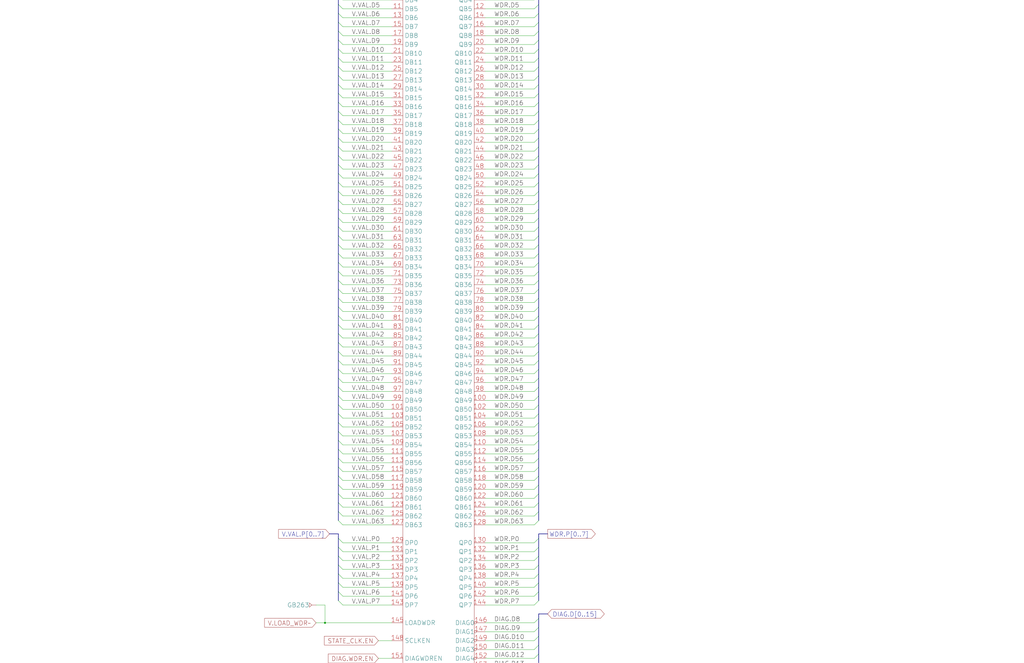
<source format=kicad_sch>
(kicad_sch (version 20230121) (generator eeschema)
  (paper "User" 584.2 378.46)
  (title_block (title "WRITE DATA REGISTER\\nREGISTER ARRAY") (date "22-MAR-90") (rev "1.0") (comment 1 "VALUE") (comment 2 "232-003063") (comment 3 "S400") (comment 4 "RELEASED"))
  (lib_symbols
    (symbol "r1000:GB" (pin_numbers hide) (pin_names (offset 0) hide)
      (property "Reference" "GB" (at 3.81 0 0))
      (symbol "GB_0_1"
        (polyline (pts (xy 2.54 0) (xy 3.81 1.27) (xy 3.81 -1.27) (xy 2.54 0)) (stroke (width 0.1524)))
      )
      (symbol "GB_1_1"
        (pin bidirectional line (at 0 0 0) (length 2.54) (name "") (number "1"))
      )
    )
    (symbol "r1000:XWDR" (pin_names (offset 1.016))
      (property "Reference" "U" (at 2.54 5.08 0))
      (property "Value" "XWDR" (at -1.27 -452.12 0))
      (property "Location" "___" (at -1.27 0 0))
      (property "Name" "______" (at 16.51 -459.74 0))
      (symbol "XWDR_1_1"
        (rectangle (start -3.81 3.81) (end 36.83 -453.39))
        (circle (center 37.465 -419.1) (radius 0.635))
        (circle (center 37.465 -414.02) (radius 0.635))
        (circle (center 37.465 -408.94) (radius 0.635))
        (circle (center 37.465 -403.86) (radius 0.635))
        (circle (center 37.465 -398.78) (radius 0.635))
        (circle (center 37.465 -393.7) (radius 0.635))
        (circle (center 37.465 -388.62) (radius 0.635))
        (circle (center 37.465 -383.54) (radius 0.635))
        (pin input line (at -10.16 -7.62 0) (length 6.35) (name "DB0") (number "1"))
        (pin output line (at 43.18 -27.94 180) (length 6.35) (name "QB4") (number "10"))
        (pin output line (at 43.18 -256.54 180) (length 6.35) (name "QB49") (number "100"))
        (pin input line (at -10.16 -261.62 0) (length 6.35) (name "DB50") (number "101"))
        (pin output line (at 43.18 -261.62 180) (length 6.35) (name "QB50") (number "102"))
        (pin input line (at -10.16 -266.7 0) (length 6.35) (name "DB51") (number "103"))
        (pin output line (at 43.18 -266.7 180) (length 6.35) (name "QB51") (number "104"))
        (pin input line (at -10.16 -271.78 0) (length 6.35) (name "DB52") (number "105"))
        (pin output line (at 43.18 -271.78 180) (length 6.35) (name "QB52") (number "106"))
        (pin input line (at -10.16 -276.86 0) (length 6.35) (name "DB53") (number "107"))
        (pin output line (at 43.18 -276.86 180) (length 6.35) (name "QB53") (number "108"))
        (pin input line (at -10.16 -281.94 0) (length 6.35) (name "DB54") (number "109"))
        (pin input line (at -10.16 -33.02 0) (length 6.35) (name "DB5") (number "11"))
        (pin output line (at 43.18 -281.94 180) (length 6.35) (name "QB54") (number "110"))
        (pin input line (at -10.16 -287.02 0) (length 6.35) (name "DB55") (number "111"))
        (pin output line (at 43.18 -287.02 180) (length 6.35) (name "QB55") (number "112"))
        (pin input line (at -10.16 -292.1 0) (length 6.35) (name "DB56") (number "113"))
        (pin output line (at 43.18 -292.1 180) (length 6.35) (name "QB56") (number "114"))
        (pin input line (at -10.16 -297.18 0) (length 6.35) (name "DB57") (number "115"))
        (pin output line (at 43.18 -297.18 180) (length 6.35) (name "QB57") (number "116"))
        (pin input line (at -10.16 -302.26 0) (length 6.35) (name "DB58") (number "117"))
        (pin output line (at 43.18 -302.26 180) (length 6.35) (name "QB58") (number "118"))
        (pin input line (at -10.16 -307.34 0) (length 6.35) (name "DB59") (number "119"))
        (pin output line (at 43.18 -33.02 180) (length 6.35) (name "QB5") (number "12"))
        (pin output line (at 43.18 -307.34 180) (length 6.35) (name "QB59") (number "120"))
        (pin input line (at -10.16 -312.42 0) (length 6.35) (name "DB60") (number "121"))
        (pin output line (at 43.18 -312.42 180) (length 6.35) (name "QB60") (number "122"))
        (pin input line (at -10.16 -317.5 0) (length 6.35) (name "DB61") (number "123"))
        (pin output line (at 43.18 -317.5 180) (length 6.35) (name "QB61") (number "124"))
        (pin input line (at -10.16 -322.58 0) (length 6.35) (name "DB62") (number "125"))
        (pin output line (at 43.18 -322.58 180) (length 6.35) (name "QB62") (number "126"))
        (pin input line (at -10.16 -327.66 0) (length 6.35) (name "DB63") (number "127"))
        (pin output line (at 43.18 -327.66 180) (length 6.35) (name "QB63") (number "128"))
        (pin input line (at -10.16 -337.82 0) (length 6.35) (name "DP0") (number "129"))
        (pin input line (at -10.16 -38.1 0) (length 6.35) (name "DB6") (number "13"))
        (pin output line (at 43.18 -337.82 180) (length 6.35) (name "QP0") (number "130"))
        (pin input line (at -10.16 -342.9 0) (length 6.35) (name "DP1") (number "131"))
        (pin output line (at 43.18 -342.9 180) (length 6.35) (name "QP1") (number "132"))
        (pin input line (at -10.16 -347.98 0) (length 6.35) (name "DP2") (number "133"))
        (pin output line (at 43.18 -347.98 180) (length 6.35) (name "QP2") (number "134"))
        (pin input line (at -10.16 -353.06 0) (length 6.35) (name "DP3") (number "135"))
        (pin output line (at 43.18 -353.06 180) (length 6.35) (name "QP3") (number "136"))
        (pin input line (at -10.16 -358.14 0) (length 6.35) (name "DP4") (number "137"))
        (pin output line (at 43.18 -358.14 180) (length 6.35) (name "QP4") (number "138"))
        (pin input line (at -10.16 -363.22 0) (length 6.35) (name "DP5") (number "139"))
        (pin output line (at 43.18 -38.1 180) (length 6.35) (name "QB6") (number "14"))
        (pin output line (at 43.18 -363.22 180) (length 6.35) (name "QP5") (number "140"))
        (pin input line (at -10.16 -368.3 0) (length 6.35) (name "DP6") (number "141"))
        (pin output line (at 43.18 -368.3 180) (length 6.35) (name "QP6") (number "142"))
        (pin input line (at -10.16 -373.38 0) (length 6.35) (name "DP7") (number "143"))
        (pin output line (at 43.18 -373.38 180) (length 6.35) (name "QP7") (number "144"))
        (pin input line (at -10.16 -383.54 0) (length 6.35) (name "LOADWDR") (number "145"))
        (pin bidirectional line (at 43.18 -383.54 180) (length 5.08) (name "DIAG0") (number "146"))
        (pin bidirectional line (at 43.18 -388.62 180) (length 5.08) (name "DIAG1") (number "147"))
        (pin input line (at -10.16 -393.7 0) (length 6.35) (name "SCLKEN") (number "148"))
        (pin bidirectional line (at 43.18 -393.7 180) (length 5.08) (name "DIAG2") (number "149"))
        (pin input line (at -10.16 -43.18 0) (length 6.35) (name "DB7") (number "15"))
        (pin bidirectional line (at 43.18 -398.78 180) (length 5.08) (name "DIAG3") (number "150"))
        (pin input line (at -10.16 -403.86 0) (length 6.35) (name "DIAGWDREN") (number "151"))
        (pin bidirectional line (at 43.18 -403.86 180) (length 5.08) (name "DIAG4") (number "152"))
        (pin bidirectional line (at 43.18 -408.94 180) (length 5.08) (name "DIAG5") (number "153"))
        (pin input line (at -10.16 -414.02 0) (length 6.35) (name "DIAGWDRS0") (number "154"))
        (pin bidirectional line (at 43.18 -414.02 180) (length 5.08) (name "DIAG6") (number "155"))
        (pin bidirectional line (at 43.18 -419.1 180) (length 5.08) (name "DIAG7") (number "156"))
        (pin input line (at -10.16 -424.18 0) (length 6.35) (name "DIAGWDRS1") (number "157"))
        (pin input line (at -10.16 -434.34 0) (length 6.35) (name "SCANWDR") (number "158"))
        (pin input line (at -10.16 -444.5 0) (length 6.35) (name "CLK") (number "159"))
        (pin output line (at 43.18 -43.18 180) (length 6.35) (name "QB7") (number "16"))
        (pin input line (at -10.16 -48.26 0) (length 6.35) (name "DB8") (number "17"))
        (pin output line (at 43.18 -48.26 180) (length 6.35) (name "QB8") (number "18"))
        (pin input line (at -10.16 -53.34 0) (length 6.35) (name "DB9") (number "19"))
        (pin output line (at 43.18 -7.62 180) (length 6.35) (name "QB0") (number "2"))
        (pin output line (at 43.18 -53.34 180) (length 6.35) (name "QB9") (number "20"))
        (pin input line (at -10.16 -58.42 0) (length 6.35) (name "DB10") (number "21"))
        (pin output line (at 43.18 -58.42 180) (length 6.35) (name "QB10") (number "22"))
        (pin input line (at -10.16 -63.5 0) (length 6.35) (name "DB11") (number "23"))
        (pin output line (at 43.18 -63.5 180) (length 6.35) (name "QB11") (number "24"))
        (pin input line (at -10.16 -68.58 0) (length 6.35) (name "DB12") (number "25"))
        (pin output line (at 43.18 -68.58 180) (length 6.35) (name "QB12") (number "26"))
        (pin input line (at -10.16 -73.66 0) (length 6.35) (name "DB13") (number "27"))
        (pin output line (at 43.18 -73.66 180) (length 6.35) (name "QB13") (number "28"))
        (pin input line (at -10.16 -78.74 0) (length 6.35) (name "DB14") (number "29"))
        (pin input line (at -10.16 -12.7 0) (length 6.35) (name "DB1") (number "3"))
        (pin output line (at 43.18 -78.74 180) (length 6.35) (name "QB14") (number "30"))
        (pin input line (at -10.16 -83.82 0) (length 6.35) (name "DB15") (number "31"))
        (pin output line (at 43.18 -83.82 180) (length 6.35) (name "QB15") (number "32"))
        (pin input line (at -10.16 -88.9 0) (length 6.35) (name "DB16") (number "33"))
        (pin output line (at 43.18 -88.9 180) (length 6.35) (name "QB16") (number "34"))
        (pin input line (at -10.16 -93.98 0) (length 6.35) (name "DB17") (number "35"))
        (pin output line (at 43.18 -93.98 180) (length 6.35) (name "QB17") (number "36"))
        (pin input line (at -10.16 -99.06 0) (length 6.35) (name "DB18") (number "37"))
        (pin output line (at 43.18 -99.06 180) (length 6.35) (name "QB18") (number "38"))
        (pin input line (at -10.16 -104.14 0) (length 6.35) (name "DB19") (number "39"))
        (pin output line (at 43.18 -12.7 180) (length 6.35) (name "QB1") (number "4"))
        (pin output line (at 43.18 -104.14 180) (length 6.35) (name "QB19") (number "40"))
        (pin input line (at -10.16 -109.22 0) (length 6.35) (name "DB20") (number "41"))
        (pin output line (at 43.18 -109.22 180) (length 6.35) (name "QB20") (number "42"))
        (pin input line (at -10.16 -114.3 0) (length 6.35) (name "DB21") (number "43"))
        (pin output line (at 43.18 -114.3 180) (length 6.35) (name "QB21") (number "44"))
        (pin input line (at -10.16 -119.38 0) (length 6.35) (name "DB22") (number "45"))
        (pin output line (at 43.18 -119.38 180) (length 6.35) (name "QB22") (number "46"))
        (pin input line (at -10.16 -124.46 0) (length 6.35) (name "DB23") (number "47"))
        (pin output line (at 43.18 -124.46 180) (length 6.35) (name "QB23") (number "48"))
        (pin input line (at -10.16 -129.54 0) (length 6.35) (name "DB24") (number "49"))
        (pin input line (at -10.16 -17.78 0) (length 6.35) (name "DB2") (number "5"))
        (pin output line (at 43.18 -129.54 180) (length 6.35) (name "QB24") (number "50"))
        (pin input line (at -10.16 -134.62 0) (length 6.35) (name "DB25") (number "51"))
        (pin output line (at 43.18 -134.62 180) (length 6.35) (name "QB25") (number "52"))
        (pin input line (at -10.16 -139.7 0) (length 6.35) (name "DB26") (number "53"))
        (pin output line (at 43.18 -139.7 180) (length 6.35) (name "QB26") (number "54"))
        (pin input line (at -10.16 -144.78 0) (length 6.35) (name "DB27") (number "55"))
        (pin output line (at 43.18 -144.78 180) (length 6.35) (name "QB27") (number "56"))
        (pin input line (at -10.16 -149.86 0) (length 6.35) (name "DB28") (number "57"))
        (pin output line (at 43.18 -149.86 180) (length 6.35) (name "QB28") (number "58"))
        (pin input line (at -10.16 -154.94 0) (length 6.35) (name "DB29") (number "59"))
        (pin output line (at 43.18 -17.78 180) (length 6.35) (name "QB2") (number "6"))
        (pin output line (at 43.18 -154.94 180) (length 6.35) (name "QB29") (number "60"))
        (pin input line (at -10.16 -160.02 0) (length 6.35) (name "DB30") (number "61"))
        (pin output line (at 43.18 -160.02 180) (length 6.35) (name "QB30") (number "62"))
        (pin input line (at -10.16 -165.1 0) (length 6.35) (name "DB31") (number "63"))
        (pin output line (at 43.18 -165.1 180) (length 6.35) (name "QB31") (number "64"))
        (pin input line (at -10.16 -170.18 0) (length 6.35) (name "DB32") (number "65"))
        (pin output line (at 43.18 -170.18 180) (length 6.35) (name "QB32") (number "66"))
        (pin input line (at -10.16 -175.26 0) (length 6.35) (name "DB33") (number "67"))
        (pin output line (at 43.18 -175.26 180) (length 6.35) (name "QB33") (number "68"))
        (pin input line (at -10.16 -180.34 0) (length 6.35) (name "DB34") (number "69"))
        (pin input line (at -10.16 -22.86 0) (length 6.35) (name "DB3") (number "7"))
        (pin output line (at 43.18 -180.34 180) (length 6.35) (name "QB34") (number "70"))
        (pin input line (at -10.16 -185.42 0) (length 6.35) (name "DB35") (number "71"))
        (pin output line (at 43.18 -185.42 180) (length 6.35) (name "QB35") (number "72"))
        (pin input line (at -10.16 -190.5 0) (length 6.35) (name "DB36") (number "73"))
        (pin output line (at 43.18 -190.5 180) (length 6.35) (name "QB36") (number "74"))
        (pin input line (at -10.16 -195.58 0) (length 6.35) (name "DB37") (number "75"))
        (pin output line (at 43.18 -195.58 180) (length 6.35) (name "QB37") (number "76"))
        (pin input line (at -10.16 -200.66 0) (length 6.35) (name "DB38") (number "77"))
        (pin output line (at 43.18 -200.66 180) (length 6.35) (name "QB38") (number "78"))
        (pin input line (at -10.16 -205.74 0) (length 6.35) (name "DB39") (number "79"))
        (pin output line (at 43.18 -22.86 180) (length 6.35) (name "QB3") (number "8"))
        (pin output line (at 43.18 -205.74 180) (length 6.35) (name "QB39") (number "80"))
        (pin input line (at -10.16 -210.82 0) (length 6.35) (name "DB40") (number "81"))
        (pin output line (at 43.18 -210.82 180) (length 6.35) (name "QB40") (number "82"))
        (pin input line (at -10.16 -215.9 0) (length 6.35) (name "DB41") (number "83"))
        (pin output line (at 43.18 -215.9 180) (length 6.35) (name "QB41") (number "84"))
        (pin input line (at -10.16 -220.98 0) (length 6.35) (name "DB42") (number "85"))
        (pin output line (at 43.18 -220.98 180) (length 6.35) (name "QB42") (number "86"))
        (pin input line (at -10.16 -226.06 0) (length 6.35) (name "DB43") (number "87"))
        (pin output line (at 43.18 -226.06 180) (length 6.35) (name "QB43") (number "88"))
        (pin input line (at -10.16 -231.14 0) (length 6.35) (name "DB44") (number "89"))
        (pin input line (at -10.16 -27.94 0) (length 6.35) (name "DB4") (number "9"))
        (pin output line (at 43.18 -231.14 180) (length 6.35) (name "QB44") (number "90"))
        (pin input line (at -10.16 -236.22 0) (length 6.35) (name "DB45") (number "91"))
        (pin output line (at 43.18 -236.22 180) (length 6.35) (name "QB45") (number "92"))
        (pin input line (at -10.16 -241.3 0) (length 6.35) (name "DB46") (number "93"))
        (pin output line (at 43.18 -241.3 180) (length 6.35) (name "QB46") (number "94"))
        (pin input line (at -10.16 -246.38 0) (length 6.35) (name "DB47") (number "95"))
        (pin output line (at 43.18 -246.38 180) (length 6.35) (name "QB47") (number "96"))
        (pin input line (at -10.16 -251.46 0) (length 6.35) (name "DB48") (number "97"))
        (pin output line (at 43.18 -251.46 180) (length 6.35) (name "QB48") (number "98"))
        (pin input line (at -10.16 -256.54 0) (length 6.35) (name "DB49") (number "99"))
      )
    )
  )
  (junction (at 185.42 355.6))
  (bus_entry (at 307.34 297.18) (size -2.54 2.54))
  (bus_entry (at 193.04 327.66) (size 2.54 2.54))
  (bus_entry (at 307.34 88.9) (size -2.54 2.54))
  (bus_entry (at 193.04 170.18) (size 2.54 2.54))
  (bus_entry (at 307.34 63.5) (size -2.54 2.54))
  (bus_entry (at 307.34 358.14) (size -2.54 2.54))
  (bus_entry (at 193.04 165.1) (size 2.54 2.54))
  (bus_entry (at 307.34 160.02) (size -2.54 2.54))
  (bus_entry (at 193.04 27.94) (size 2.54 2.54))
  (bus_entry (at 193.04 231.14) (size 2.54 2.54))
  (bus_entry (at 307.34 48.26) (size -2.54 2.54))
  (bus_entry (at 193.04 220.98) (size 2.54 2.54))
  (bus_entry (at 193.04 200.66) (size 2.54 2.54))
  (bus_entry (at 193.04 73.66) (size 2.54 2.54))
  (bus_entry (at 193.04 -7.62) (size 2.54 2.54))
  (bus_entry (at 193.04 134.62) (size 2.54 2.54))
  (bus_entry (at 307.34 124.46) (size -2.54 2.54))
  (bus_entry (at 307.34 17.78) (size -2.54 2.54))
  (bus_entry (at 193.04 58.42) (size 2.54 2.54))
  (bus_entry (at 307.34 226.06) (size -2.54 2.54))
  (bus_entry (at 307.34 58.42) (size -2.54 2.54))
  (bus_entry (at 307.34 180.34) (size -2.54 2.54))
  (bus_entry (at 193.04 266.7) (size 2.54 2.54))
  (bus_entry (at 307.34 99.06) (size -2.54 2.54))
  (bus_entry (at 307.34 327.66) (size -2.54 2.54))
  (bus_entry (at 193.04 129.54) (size 2.54 2.54))
  (bus_entry (at 307.34 292.1) (size -2.54 2.54))
  (bus_entry (at 307.34 276.86) (size -2.54 2.54))
  (bus_entry (at 307.34 388.62) (size -2.54 2.54))
  (bus_entry (at 193.04 226.06) (size 2.54 2.54))
  (bus_entry (at 307.34 215.9) (size -2.54 2.54))
  (bus_entry (at 193.04 246.38) (size 2.54 2.54))
  (bus_entry (at 193.04 281.94) (size 2.54 2.54))
  (bus_entry (at 193.04 68.58) (size 2.54 2.54))
  (bus_entry (at 307.34 78.74) (size -2.54 2.54))
  (bus_entry (at 193.04 104.14) (size 2.54 2.54))
  (bus_entry (at 193.04 33.02) (size 2.54 2.54))
  (bus_entry (at 193.04 261.62) (size 2.54 2.54))
  (bus_entry (at 307.34 170.18) (size -2.54 2.54))
  (bus_entry (at 193.04 109.22) (size 2.54 2.54))
  (bus_entry (at 193.04 292.1) (size 2.54 2.54))
  (bus_entry (at 193.04 205.74) (size 2.54 2.54))
  (bus_entry (at 307.34 93.98) (size -2.54 2.54))
  (bus_entry (at 193.04 93.98) (size 2.54 2.54))
  (bus_entry (at 193.04 276.86) (size 2.54 2.54))
  (bus_entry (at 193.04 38.1) (size 2.54 2.54))
  (bus_entry (at 193.04 -2.54) (size 2.54 2.54))
  (bus_entry (at 307.34 -22.86) (size -2.54 2.54))
  (bus_entry (at 307.34 200.66) (size -2.54 2.54))
  (bus_entry (at 193.04 144.78) (size 2.54 2.54))
  (bus_entry (at 193.04 180.34) (size 2.54 2.54))
  (bus_entry (at 193.04 190.5) (size 2.54 2.54))
  (bus_entry (at 307.34 149.86) (size -2.54 2.54))
  (bus_entry (at 307.34 134.62) (size -2.54 2.54))
  (bus_entry (at 307.34 68.58) (size -2.54 2.54))
  (bus_entry (at 307.34 185.42) (size -2.54 2.54))
  (bus_entry (at 307.34 2.54) (size -2.54 2.54))
  (bus_entry (at 307.34 307.34) (size -2.54 2.54))
  (bus_entry (at 307.34 144.78) (size -2.54 2.54))
  (bus_entry (at 307.34 251.46) (size -2.54 2.54))
  (bus_entry (at 307.34 109.22) (size -2.54 2.54))
  (bus_entry (at 307.34 383.54) (size -2.54 2.54))
  (bus_entry (at 193.04 12.7) (size 2.54 2.54))
  (bus_entry (at 307.34 205.74) (size -2.54 2.54))
  (bus_entry (at 193.04 342.9) (size 2.54 2.54))
  (bus_entry (at 307.34 287.02) (size -2.54 2.54))
  (bus_entry (at 307.34 373.38) (size -2.54 2.54))
  (bus_entry (at 307.34 241.3) (size -2.54 2.54))
  (bus_entry (at 307.34 261.62) (size -2.54 2.54))
  (bus_entry (at 307.34 337.82) (size -2.54 2.54))
  (bus_entry (at 193.04 236.22) (size 2.54 2.54))
  (bus_entry (at 307.34 231.14) (size -2.54 2.54))
  (bus_entry (at 193.04 337.82) (size 2.54 2.54))
  (bus_entry (at 307.34 353.06) (size -2.54 2.54))
  (bus_entry (at 307.34 -7.62) (size -2.54 2.54))
  (bus_entry (at 307.34 53.34) (size -2.54 2.54))
  (bus_entry (at 193.04 114.3) (size 2.54 2.54))
  (bus_entry (at 193.04 195.58) (size 2.54 2.54))
  (bus_entry (at 307.34 363.22) (size -2.54 2.54))
  (bus_entry (at 193.04 7.62) (size 2.54 2.54))
  (bus_entry (at 307.34 312.42) (size -2.54 2.54))
  (bus_entry (at 193.04 271.78) (size 2.54 2.54))
  (bus_entry (at 307.34 266.7) (size -2.54 2.54))
  (bus_entry (at 193.04 317.5) (size 2.54 2.54))
  (bus_entry (at 307.34 190.5) (size -2.54 2.54))
  (bus_entry (at 193.04 160.02) (size 2.54 2.54))
  (bus_entry (at 307.34 114.3) (size -2.54 2.54))
  (bus_entry (at 307.34 -2.54) (size -2.54 2.54))
  (bus_entry (at 193.04 2.54) (size 2.54 2.54))
  (bus_entry (at 193.04 119.38) (size 2.54 2.54))
  (bus_entry (at 307.34 271.78) (size -2.54 2.54))
  (bus_entry (at 307.34 12.7) (size -2.54 2.54))
  (bus_entry (at 193.04 175.26) (size 2.54 2.54))
  (bus_entry (at 193.04 -22.86) (size 2.54 2.54))
  (bus_entry (at 307.34 154.94) (size -2.54 2.54))
  (bus_entry (at 307.34 38.1) (size -2.54 2.54))
  (bus_entry (at 307.34 119.38) (size -2.54 2.54))
  (bus_entry (at 193.04 322.58) (size 2.54 2.54))
  (bus_entry (at 193.04 48.26) (size 2.54 2.54))
  (bus_entry (at 193.04 297.18) (size 2.54 2.54))
  (bus_entry (at 193.04 78.74) (size 2.54 2.54))
  (bus_entry (at 193.04 22.86) (size 2.54 2.54))
  (bus_entry (at 307.34 27.94) (size -2.54 2.54))
  (bus_entry (at 193.04 99.06) (size 2.54 2.54))
  (bus_entry (at 307.34 195.58) (size -2.54 2.54))
  (bus_entry (at 307.34 317.5) (size -2.54 2.54))
  (bus_entry (at 193.04 83.82) (size 2.54 2.54))
  (bus_entry (at 307.34 -17.78) (size -2.54 2.54))
  (bus_entry (at 193.04 312.42) (size 2.54 2.54))
  (bus_entry (at 193.04 185.42) (size 2.54 2.54))
  (bus_entry (at 307.34 220.98) (size -2.54 2.54))
  (bus_entry (at 193.04 -12.7) (size 2.54 2.54))
  (bus_entry (at 193.04 17.78) (size 2.54 2.54))
  (bus_entry (at 307.34 246.38) (size -2.54 2.54))
  (bus_entry (at 193.04 251.46) (size 2.54 2.54))
  (bus_entry (at 307.34 165.1) (size -2.54 2.54))
  (bus_entry (at 307.34 104.14) (size -2.54 2.54))
  (bus_entry (at 307.34 129.54) (size -2.54 2.54))
  (bus_entry (at 307.34 256.54) (size -2.54 2.54))
  (bus_entry (at 193.04 88.9) (size 2.54 2.54))
  (bus_entry (at 307.34 210.82) (size -2.54 2.54))
  (bus_entry (at 307.34 332.74) (size -2.54 2.54))
  (bus_entry (at 193.04 149.86) (size 2.54 2.54))
  (bus_entry (at 193.04 139.7) (size 2.54 2.54))
  (bus_entry (at 307.34 73.66) (size -2.54 2.54))
  (bus_entry (at 307.34 236.22) (size -2.54 2.54))
  (bus_entry (at 193.04 -17.78) (size 2.54 2.54))
  (bus_entry (at 307.34 322.58) (size -2.54 2.54))
  (bus_entry (at 193.04 124.46) (size 2.54 2.54))
  (bus_entry (at 193.04 210.82) (size 2.54 2.54))
  (bus_entry (at 193.04 63.5) (size 2.54 2.54))
  (bus_entry (at 193.04 154.94) (size 2.54 2.54))
  (bus_entry (at 307.34 342.9) (size -2.54 2.54))
  (bus_entry (at 193.04 53.34) (size 2.54 2.54))
  (bus_entry (at 307.34 7.62) (size -2.54 2.54))
  (bus_entry (at 193.04 287.02) (size 2.54 2.54))
  (bus_entry (at 307.34 43.18) (size -2.54 2.54))
  (bus_entry (at 193.04 241.3) (size 2.54 2.54))
  (bus_entry (at 307.34 22.86) (size -2.54 2.54))
  (bus_entry (at 307.34 83.82) (size -2.54 2.54))
  (bus_entry (at 193.04 43.18) (size 2.54 2.54))
  (bus_entry (at 307.34 -12.7) (size -2.54 2.54))
  (bus_entry (at 193.04 215.9) (size 2.54 2.54))
  (bus_entry (at 193.04 332.74) (size 2.54 2.54))
  (bus_entry (at 193.04 307.34) (size 2.54 2.54))
  (bus_entry (at 307.34 139.7) (size -2.54 2.54))
  (bus_entry (at 307.34 378.46) (size -2.54 2.54))
  (bus_entry (at 307.34 175.26) (size -2.54 2.54))
  (bus_entry (at 307.34 281.94) (size -2.54 2.54))
  (bus_entry (at 307.34 33.02) (size -2.54 2.54))
  (bus_entry (at 307.34 368.3) (size -2.54 2.54))
  (bus_entry (at 193.04 256.54) (size 2.54 2.54))
  (bus (pts (xy 307.34 261.62) (xy 307.34 256.54)))
  (wire (pts (xy 195.58 -20.32) (xy 223.52 -20.32)))
  (bus (pts (xy 193.04 154.94) (xy 193.04 160.02)))
  (wire (pts (xy 195.58 223.52) (xy 223.52 223.52)))
  (bus (pts (xy 193.04 160.02) (xy 193.04 165.1)))
  (bus (pts (xy 193.04 -2.54) (xy 193.04 2.54)))
  (bus (pts (xy 307.34 22.86) (xy 307.34 17.78)))
  (wire (pts (xy 195.58 345.44) (xy 223.52 345.44)))
  (wire (pts (xy 276.86 45.72) (xy 304.8 45.72)))
  (bus (pts (xy 307.34 93.98) (xy 307.34 99.06)))
  (wire (pts (xy 195.58 142.24) (xy 223.52 142.24)))
  (wire (pts (xy 276.86 182.88) (xy 304.8 182.88)))
  (bus (pts (xy 307.34 251.46) (xy 307.34 256.54)))
  (wire (pts (xy 276.86 294.64) (xy 304.8 294.64)))
  (wire (pts (xy 276.86 15.24) (xy 304.8 15.24)))
  (wire (pts (xy 276.86 157.48) (xy 304.8 157.48)))
  (wire (pts (xy 276.86 320.04) (xy 304.8 320.04)))
  (bus (pts (xy 193.04 43.18) (xy 193.04 48.26)))
  (bus (pts (xy 307.34 200.66) (xy 307.34 205.74)))
  (bus (pts (xy 193.04 231.14) (xy 193.04 236.22)))
  (bus (pts (xy 193.04 215.9) (xy 193.04 220.98)))
  (wire (pts (xy 276.86 30.48) (xy 304.8 30.48)))
  (bus (pts (xy 307.34 139.7) (xy 307.34 144.78)))
  (bus (pts (xy 307.34 246.38) (xy 307.34 251.46)))
  (wire (pts (xy 195.58 101.6) (xy 223.52 101.6)))
  (bus (pts (xy 307.34 307.34) (xy 307.34 312.42)))
  (wire (pts (xy 195.58 314.96) (xy 223.52 314.96)))
  (bus (pts (xy 193.04 63.5) (xy 193.04 68.58)))
  (wire (pts (xy 276.86 218.44) (xy 304.8 218.44)))
  (bus (pts (xy 193.04 93.98) (xy 193.04 99.06)))
  (bus (pts (xy 193.04 58.42) (xy 193.04 63.5)))
  (bus (pts (xy 307.34 109.22) (xy 307.34 104.14)))
  (wire (pts (xy 276.86 335.28) (xy 304.8 335.28)))
  (wire (pts (xy 276.86 279.4) (xy 304.8 279.4)))
  (bus (pts (xy 193.04 281.94) (xy 193.04 287.02)))
  (wire (pts (xy 276.86 142.24) (xy 304.8 142.24)))
  (wire (pts (xy 195.58 127) (xy 223.52 127)))
  (wire (pts (xy 195.58 147.32) (xy 223.52 147.32)))
  (bus (pts (xy 193.04 109.22) (xy 193.04 114.3)))
  (wire (pts (xy 276.86 248.92) (xy 304.8 248.92)))
  (wire (pts (xy 276.86 5.08) (xy 304.8 5.08)))
  (bus (pts (xy 193.04 327.66) (xy 193.04 332.74)))
  (wire (pts (xy 276.86 127) (xy 304.8 127)))
  (wire (pts (xy 276.86 106.68) (xy 304.8 106.68)))
  (bus (pts (xy 307.34 327.66) (xy 307.34 332.74)))
  (bus (pts (xy 307.34 175.26) (xy 307.34 180.34)))
  (wire (pts (xy 195.58 71.12) (xy 223.52 71.12)))
  (wire (pts (xy 195.58 187.96) (xy 223.52 187.96)))
  (bus (pts (xy 307.34 287.02) (xy 307.34 292.1)))
  (wire (pts (xy 195.58 66.04) (xy 223.52 66.04)))
  (bus (pts (xy 307.34 368.3) (xy 307.34 373.38)))
  (bus (pts (xy 193.04 195.58) (xy 193.04 200.66)))
  (wire (pts (xy 215.9 406.4) (xy 223.52 406.4)))
  (bus (pts (xy 193.04 307.34) (xy 193.04 312.42)))
  (wire (pts (xy 276.86 289.56) (xy 304.8 289.56)))
  (bus (pts (xy 193.04 12.7) (xy 193.04 17.78)))
  (bus (pts (xy 193.04 251.46) (xy 193.04 256.54)))
  (wire (pts (xy 195.58 208.28) (xy 223.52 208.28)))
  (bus (pts (xy 307.34 83.82) (xy 307.34 88.9)))
  (bus (pts (xy 307.34 205.74) (xy 307.34 210.82)))
  (wire (pts (xy 276.86 330.2) (xy 304.8 330.2)))
  (wire (pts (xy 215.9 396.24) (xy 223.52 396.24)))
  (bus (pts (xy 307.34 83.82) (xy 307.34 78.74)))
  (bus (pts (xy 193.04 129.54) (xy 193.04 134.62)))
  (wire (pts (xy 195.58 76.2) (xy 223.52 76.2)))
  (wire (pts (xy 276.86 274.32) (xy 304.8 274.32)))
  (bus (pts (xy 193.04 38.1) (xy 193.04 43.18)))
  (bus (pts (xy 193.04 165.1) (xy 193.04 170.18)))
  (bus (pts (xy 307.34 134.62) (xy 307.34 129.54)))
  (wire (pts (xy 276.86 345.44) (xy 304.8 345.44)))
  (wire (pts (xy 276.86 91.44) (xy 304.8 91.44)))
  (wire (pts (xy 195.58 243.84) (xy 223.52 243.84)))
  (bus (pts (xy 307.34 210.82) (xy 307.34 215.9)))
  (bus (pts (xy 307.34 337.82) (xy 307.34 342.9)))
  (bus (pts (xy 307.34 33.02) (xy 307.34 38.1)))
  (bus (pts (xy 307.34 58.42) (xy 307.34 53.34)))
  (bus (pts (xy 193.04 312.42) (xy 193.04 317.5)))
  (bus (pts (xy 193.04 83.82) (xy 193.04 88.9)))
  (wire (pts (xy 195.58 294.64) (xy 223.52 294.64)))
  (bus (pts (xy 193.04 27.94) (xy 193.04 33.02)))
  (wire (pts (xy 276.86 101.6) (xy 304.8 101.6)))
  (bus (pts (xy 307.34 358.14) (xy 307.34 363.22)))
  (bus (pts (xy 307.34 78.74) (xy 307.34 73.66)))
  (bus (pts (xy 307.34 119.38) (xy 307.34 114.3)))
  (bus (pts (xy 307.34 363.22) (xy 307.34 368.3)))
  (bus (pts (xy 193.04 99.06) (xy 193.04 104.14)))
  (bus (pts (xy 193.04 220.98) (xy 193.04 226.06)))
  (bus (pts (xy 307.34 261.62) (xy 307.34 266.7)))
  (bus (pts (xy 193.04 73.66) (xy 193.04 78.74)))
  (bus (pts (xy 307.34 43.18) (xy 307.34 48.26)))
  (wire (pts (xy 276.86 203.2) (xy 304.8 203.2)))
  (bus (pts (xy 307.34 220.98) (xy 307.34 215.9)))
  (wire (pts (xy 195.58 -5.08) (xy 223.52 -5.08)))
  (bus (pts (xy 193.04 180.34) (xy 193.04 185.42)))
  (bus (pts (xy 307.34 220.98) (xy 307.34 226.06)))
  (bus (pts (xy 307.34 353.06) (xy 307.34 358.14)))
  (wire (pts (xy 195.58 162.56) (xy 223.52 162.56)))
  (bus (pts (xy 193.04 175.26) (xy 193.04 180.34)))
  (bus (pts (xy 193.04 304.8) (xy 193.04 307.34)))
  (wire (pts (xy 276.86 162.56) (xy 304.8 162.56)))
  (wire (pts (xy 195.58 289.56) (xy 223.52 289.56)))
  (bus (pts (xy 307.34 281.94) (xy 307.34 276.86)))
  (bus (pts (xy 307.34 -12.7) (xy 307.34 -7.62)))
  (bus (pts (xy 307.34 73.66) (xy 307.34 68.58)))
  (bus (pts (xy 307.34 144.78) (xy 307.34 149.86)))
  (wire (pts (xy 195.58 340.36) (xy 223.52 340.36)))
  (bus (pts (xy 307.34 38.1) (xy 307.34 43.18)))
  (bus (pts (xy 193.04 22.86) (xy 193.04 27.94)))
  (bus (pts (xy 307.34 -17.78) (xy 307.34 -12.7)))
  (bus (pts (xy 307.34 287.02) (xy 307.34 281.94)))
  (wire (pts (xy 195.58 111.76) (xy 223.52 111.76)))
  (bus (pts (xy 193.04 119.38) (xy 193.04 124.46)))
  (wire (pts (xy 276.86 228.6) (xy 304.8 228.6)))
  (bus (pts (xy 193.04 -25.4) (xy 193.04 -22.86)))
  (wire (pts (xy 276.86 152.4) (xy 304.8 152.4)))
  (wire (pts (xy 276.86 355.6) (xy 304.8 355.6)))
  (wire (pts (xy 195.58 157.48) (xy 223.52 157.48)))
  (wire (pts (xy 195.58 198.12) (xy 223.52 198.12)))
  (wire (pts (xy 195.58 15.24) (xy 223.52 15.24)))
  (wire (pts (xy 276.86 20.32) (xy 304.8 20.32)))
  (wire (pts (xy 195.58 30.48) (xy 223.52 30.48)))
  (bus (pts (xy 193.04 68.58) (xy 193.04 73.66)))
  (bus (pts (xy 193.04 246.38) (xy 193.04 251.46)))
  (wire (pts (xy 195.58 91.44) (xy 223.52 91.44)))
  (bus (pts (xy 193.04 2.54) (xy 193.04 7.62)))
  (bus (pts (xy 307.34 12.7) (xy 307.34 7.62)))
  (wire (pts (xy 195.58 20.32) (xy 223.52 20.32)))
  (wire (pts (xy 276.86 147.32) (xy 304.8 147.32)))
  (wire (pts (xy 195.58 60.96) (xy 223.52 60.96)))
  (wire (pts (xy 276.86 325.12) (xy 304.8 325.12)))
  (wire (pts (xy 276.86 259.08) (xy 304.8 259.08)))
  (bus (pts (xy 307.34 88.9) (xy 307.34 93.98)))
  (wire (pts (xy 195.58 25.4) (xy 223.52 25.4)))
  (wire (pts (xy 215.9 375.92) (xy 223.52 375.92)))
  (wire (pts (xy 195.58 248.92) (xy 223.52 248.92)))
  (bus (pts (xy 307.34 124.46) (xy 307.34 119.38)))
  (bus (pts (xy 307.34 383.54) (xy 307.34 388.62)))
  (wire (pts (xy 276.86 -20.32) (xy 304.8 -20.32)))
  (bus (pts (xy 193.04 266.7) (xy 193.04 271.78)))
  (wire (pts (xy 276.86 360.68) (xy 304.8 360.68)))
  (wire (pts (xy 195.58 335.28) (xy 223.52 335.28)))
  (wire (pts (xy 195.58 325.12) (xy 223.52 325.12)))
  (bus (pts (xy 193.04 241.3) (xy 193.04 246.38)))
  (wire (pts (xy 195.58 330.2) (xy 223.52 330.2)))
  (bus (pts (xy 307.34 373.38) (xy 307.34 378.46)))
  (wire (pts (xy 215.9 386.08) (xy 223.52 386.08)))
  (wire (pts (xy 195.58 299.72) (xy 223.52 299.72)))
  (wire (pts (xy 195.58 86.36) (xy 223.52 86.36)))
  (wire (pts (xy 195.58 45.72) (xy 223.52 45.72)))
  (bus (pts (xy 307.34 322.58) (xy 307.34 327.66)))
  (wire (pts (xy 195.58 284.48) (xy 223.52 284.48)))
  (wire (pts (xy 276.86 208.28) (xy 304.8 208.28)))
  (bus (pts (xy 312.42 350.52) (xy 307.34 350.52)))
  (wire (pts (xy 195.58 177.8) (xy 223.52 177.8)))
  (bus (pts (xy 307.34 236.22) (xy 307.34 231.14)))
  (wire (pts (xy 195.58 238.76) (xy 223.52 238.76)))
  (wire (pts (xy 195.58 233.68) (xy 223.52 233.68)))
  (bus (pts (xy 307.34 7.62) (xy 307.34 2.54)))
  (bus (pts (xy 307.34 317.5) (xy 307.34 322.58)))
  (wire (pts (xy 276.86 167.64) (xy 304.8 167.64)))
  (bus (pts (xy 193.04 48.26) (xy 193.04 53.34)))
  (bus (pts (xy 307.34 304.8) (xy 307.34 307.34)))
  (bus (pts (xy 193.04 332.74) (xy 193.04 337.82)))
  (bus (pts (xy 193.04 17.78) (xy 193.04 22.86)))
  (wire (pts (xy 195.58 213.36) (xy 223.52 213.36)))
  (wire (pts (xy 276.86 243.84) (xy 304.8 243.84)))
  (bus (pts (xy 193.04 271.78) (xy 193.04 276.86)))
  (bus (pts (xy 307.34 68.58) (xy 307.34 63.5)))
  (bus (pts (xy 312.42 -25.4) (xy 307.34 -25.4)))
  (bus (pts (xy 307.34 350.52) (xy 307.34 353.06)))
  (bus (pts (xy 193.04 78.74) (xy 193.04 83.82)))
  (wire (pts (xy 276.86 391.16) (xy 304.8 391.16)))
  (wire (pts (xy 276.86 66.04) (xy 304.8 66.04)))
  (wire (pts (xy 195.58 320.04) (xy 223.52 320.04)))
  (wire (pts (xy 195.58 81.28) (xy 223.52 81.28)))
  (wire (pts (xy 180.34 355.6) (xy 185.42 355.6)))
  (wire (pts (xy 276.86 96.52) (xy 304.8 96.52)))
  (wire (pts (xy 276.86 137.16) (xy 304.8 137.16)))
  (wire (pts (xy 276.86 121.92) (xy 304.8 121.92)))
  (bus (pts (xy 307.34 134.62) (xy 307.34 139.7)))
  (bus (pts (xy 193.04 -12.7) (xy 193.04 -7.62)))
  (bus (pts (xy 307.34 27.94) (xy 307.34 33.02)))
  (bus (pts (xy 307.34 195.58) (xy 307.34 200.66)))
  (bus (pts (xy 307.34 312.42) (xy 307.34 317.5)))
  (wire (pts (xy 276.86 198.12) (xy 304.8 198.12)))
  (bus (pts (xy 307.34 170.18) (xy 307.34 175.26)))
  (wire (pts (xy 276.86 25.4) (xy 304.8 25.4)))
  (wire (pts (xy 276.86 172.72) (xy 304.8 172.72)))
  (wire (pts (xy 185.42 355.6) (xy 223.52 355.6)))
  (bus (pts (xy 307.34 271.78) (xy 307.34 276.86)))
  (bus (pts (xy 307.34 160.02) (xy 307.34 165.1)))
  (wire (pts (xy 276.86 86.36) (xy 304.8 86.36)))
  (bus (pts (xy 193.04 104.14) (xy 193.04 109.22)))
  (bus (pts (xy 307.34 266.7) (xy 307.34 271.78)))
  (bus (pts (xy 193.04 236.22) (xy 193.04 241.3)))
  (wire (pts (xy 276.86 76.2) (xy 304.8 76.2)))
  (bus (pts (xy 193.04 317.5) (xy 193.04 322.58)))
  (bus (pts (xy 307.34 2.54) (xy 307.34 -2.54)))
  (bus (pts (xy 193.04 114.3) (xy 193.04 119.38)))
  (bus (pts (xy 307.34 149.86) (xy 307.34 154.94)))
  (bus (pts (xy 307.34 378.46) (xy 307.34 383.54)))
  (wire (pts (xy 215.9 365.76) (xy 223.52 365.76)))
  (bus (pts (xy 193.04 287.02) (xy 193.04 292.1)))
  (wire (pts (xy 276.86 386.08) (xy 304.8 386.08)))
  (wire (pts (xy 276.86 60.96) (xy 304.8 60.96)))
  (bus (pts (xy 307.34 109.22) (xy 307.34 114.3)))
  (wire (pts (xy 276.86 238.76) (xy 304.8 238.76)))
  (wire (pts (xy 276.86 55.88) (xy 304.8 55.88)))
  (wire (pts (xy 195.58 10.16) (xy 223.52 10.16)))
  (wire (pts (xy 276.86 111.76) (xy 304.8 111.76)))
  (bus (pts (xy 307.34 -2.54) (xy 307.34 -7.62)))
  (bus (pts (xy 307.34 104.14) (xy 307.34 99.06)))
  (bus (pts (xy 193.04 292.1) (xy 193.04 297.18)))
  (wire (pts (xy 195.58 0) (xy 223.52 0)))
  (bus (pts (xy 193.04 144.78) (xy 193.04 149.86)))
  (wire (pts (xy 276.86 187.96) (xy 304.8 187.96)))
  (bus (pts (xy 307.34 -25.4) (xy 307.34 -22.86)))
  (wire (pts (xy 276.86 0) (xy 304.8 0)))
  (wire (pts (xy 195.58 167.64) (xy 223.52 167.64)))
  (wire (pts (xy 195.58 96.52) (xy 223.52 96.52)))
  (wire (pts (xy 276.86 116.84) (xy 304.8 116.84)))
  (bus (pts (xy 193.04 -22.86) (xy 193.04 -17.78)))
  (bus (pts (xy 193.04 33.02) (xy 193.04 38.1)))
  (wire (pts (xy 276.86 177.8) (xy 304.8 177.8)))
  (bus (pts (xy 307.34 332.74) (xy 307.34 337.82)))
  (bus (pts (xy 187.96 304.8) (xy 193.04 304.8)))
  (bus (pts (xy 193.04 170.18) (xy 193.04 175.26)))
  (wire (pts (xy 195.58 -15.24) (xy 223.52 -15.24)))
  (wire (pts (xy 276.86 -15.24) (xy 304.8 -15.24)))
  (bus (pts (xy 193.04 7.62) (xy 193.04 12.7)))
  (bus (pts (xy 307.34 292.1) (xy 307.34 297.18)))
  (wire (pts (xy 276.86 264.16) (xy 304.8 264.16)))
  (wire (pts (xy 276.86 381) (xy 304.8 381)))
  (wire (pts (xy 195.58 5.08) (xy 223.52 5.08)))
  (bus (pts (xy 193.04 261.62) (xy 193.04 266.7)))
  (bus (pts (xy 193.04 -17.78) (xy 193.04 -12.7)))
  (wire (pts (xy 195.58 279.4) (xy 223.52 279.4)))
  (bus (pts (xy 307.34 53.34) (xy 307.34 48.26)))
  (wire (pts (xy 276.86 340.36) (xy 304.8 340.36)))
  (bus (pts (xy 193.04 53.34) (xy 193.04 58.42)))
  (bus (pts (xy 307.34 160.02) (xy 307.34 154.94)))
  (wire (pts (xy 195.58 274.32) (xy 223.52 274.32)))
  (wire (pts (xy 276.86 365.76) (xy 304.8 365.76)))
  (wire (pts (xy 276.86 314.96) (xy 304.8 314.96)))
  (wire (pts (xy 195.58 203.2) (xy 223.52 203.2)))
  (bus (pts (xy 193.04 337.82) (xy 193.04 342.9)))
  (wire (pts (xy 195.58 35.56) (xy 223.52 35.56)))
  (wire (pts (xy 276.86 81.28) (xy 304.8 81.28)))
  (wire (pts (xy 215.9 416.56) (xy 223.52 416.56)))
  (wire (pts (xy 195.58 137.16) (xy 223.52 137.16)))
  (wire (pts (xy 195.58 218.44) (xy 223.52 218.44)))
  (wire (pts (xy 195.58 55.88) (xy 223.52 55.88)))
  (wire (pts (xy 276.86 50.8) (xy 304.8 50.8)))
  (bus (pts (xy 193.04 134.62) (xy 193.04 139.7)))
  (wire (pts (xy 195.58 259.08) (xy 223.52 259.08)))
  (bus (pts (xy 193.04 226.06) (xy 193.04 231.14)))
  (wire (pts (xy 195.58 121.92) (xy 223.52 121.92)))
  (bus (pts (xy 307.34 17.78) (xy 307.34 12.7)))
  (wire (pts (xy 185.42 345.44) (xy 185.42 355.6)))
  (bus (pts (xy 193.04 322.58) (xy 193.04 327.66)))
  (wire (pts (xy 276.86 -5.08) (xy 304.8 -5.08)))
  (wire (pts (xy 276.86 213.36) (xy 304.8 213.36)))
  (bus (pts (xy 193.04 124.46) (xy 193.04 129.54)))
  (wire (pts (xy 276.86 370.84) (xy 304.8 370.84)))
  (wire (pts (xy 276.86 193.04) (xy 304.8 193.04)))
  (wire (pts (xy 276.86 233.68) (xy 304.8 233.68)))
  (wire (pts (xy 276.86 35.56) (xy 304.8 35.56)))
  (wire (pts (xy 276.86 269.24) (xy 304.8 269.24)))
  (bus (pts (xy 193.04 149.86) (xy 193.04 154.94)))
  (bus (pts (xy 307.34 195.58) (xy 307.34 190.5)))
  (wire (pts (xy 180.34 345.44) (xy 185.42 345.44)))
  (wire (pts (xy 195.58 309.88) (xy 223.52 309.88)))
  (wire (pts (xy 276.86 71.12) (xy 304.8 71.12)))
  (wire (pts (xy 276.86 40.64) (xy 304.8 40.64)))
  (wire (pts (xy 276.86 375.92) (xy 304.8 375.92)))
  (wire (pts (xy 276.86 223.52) (xy 304.8 223.52)))
  (bus (pts (xy 193.04 -7.62) (xy 193.04 -2.54)))
  (bus (pts (xy 193.04 200.66) (xy 193.04 205.74)))
  (wire (pts (xy 276.86 132.08) (xy 304.8 132.08)))
  (bus (pts (xy 307.34 129.54) (xy 307.34 124.46)))
  (bus (pts (xy 307.34 165.1) (xy 307.34 170.18)))
  (wire (pts (xy 195.58 172.72) (xy 223.52 172.72)))
  (wire (pts (xy 276.86 309.88) (xy 304.8 309.88)))
  (bus (pts (xy 307.34 185.42) (xy 307.34 180.34)))
  (bus (pts (xy 307.34 190.5) (xy 307.34 185.42)))
  (bus (pts (xy 193.04 190.5) (xy 193.04 195.58)))
  (bus (pts (xy 307.34 27.94) (xy 307.34 22.86)))
  (wire (pts (xy 195.58 182.88) (xy 223.52 182.88)))
  (bus (pts (xy 307.34 236.22) (xy 307.34 241.3)))
  (wire (pts (xy 195.58 132.08) (xy 223.52 132.08)))
  (wire (pts (xy 195.58 152.4) (xy 223.52 152.4)))
  (bus (pts (xy 193.04 88.9) (xy 193.04 93.98)))
  (wire (pts (xy 195.58 269.24) (xy 223.52 269.24)))
  (bus (pts (xy 193.04 276.86) (xy 193.04 281.94)))
  (wire (pts (xy 195.58 254) (xy 223.52 254)))
  (wire (pts (xy 195.58 50.8) (xy 223.52 50.8)))
  (wire (pts (xy 195.58 264.16) (xy 223.52 264.16)))
  (wire (pts (xy 195.58 193.04) (xy 223.52 193.04)))
  (bus (pts (xy 187.96 -25.4) (xy 193.04 -25.4)))
  (wire (pts (xy 276.86 10.16) (xy 304.8 10.16)))
  (bus (pts (xy 193.04 210.82) (xy 193.04 215.9)))
  (wire (pts (xy 276.86 284.48) (xy 304.8 284.48)))
  (wire (pts (xy 276.86 -10.16) (xy 304.8 -10.16)))
  (bus (pts (xy 193.04 256.54) (xy 193.04 261.62)))
  (bus (pts (xy 307.34 241.3) (xy 307.34 246.38)))
  (wire (pts (xy 195.58 -10.16) (xy 223.52 -10.16)))
  (bus (pts (xy 312.42 304.8) (xy 307.34 304.8)))
  (wire (pts (xy 195.58 106.68) (xy 223.52 106.68)))
  (wire (pts (xy 276.86 299.72) (xy 304.8 299.72)))
  (bus (pts (xy 193.04 139.7) (xy 193.04 144.78)))
  (bus (pts (xy 193.04 205.74) (xy 193.04 210.82)))
  (bus (pts (xy 307.34 63.5) (xy 307.34 58.42)))
  (bus (pts (xy 307.34 226.06) (xy 307.34 231.14)))
  (wire (pts (xy 276.86 254) (xy 304.8 254)))
  (bus (pts (xy 193.04 185.42) (xy 193.04 190.5)))
  (wire (pts (xy 195.58 116.84) (xy 223.52 116.84)))
  (wire (pts (xy 195.58 40.64) (xy 223.52 40.64)))
  (bus (pts (xy 307.34 -22.86) (xy 307.34 -17.78)))
  (wire (pts (xy 195.58 228.6) (xy 223.52 228.6)))
  (label "V.VAL.D17" (at 200.66 66.04 0) (effects (font (size 2.54 2.54))))
  (label "V.VAL.D48" (at 200.66 223.52 0) (effects (font (size 2.54 2.54))))
  (label "WDR.P2" (at 281.94 320.04 0) (effects (font (size 2.54 2.54))))
  (label "WDR.D53" (at 281.94 248.92 0) (effects (font (size 2.54 2.54))))
  (label "WDR.D39" (at 281.94 177.8 0) (effects (font (size 2.54 2.54))))
  (label "WDR.D8" (at 281.94 20.32 0) (effects (font (size 2.54 2.54))))
  (label "WDR.D6" (at 281.94 10.16 0) (effects (font (size 2.54 2.54))))
  (label "V.VAL.D44" (at 200.66 203.2 0) (effects (font (size 2.54 2.54))))
  (label "WDR.D41" (at 281.94 187.96 0) (effects (font (size 2.54 2.54))))
  (label "V.VAL.D34" (at 200.66 152.4 0) (effects (font (size 2.54 2.54))))
  (label "WDR.P7" (at 281.94 345.44 0) (effects (font (size 2.54 2.54))))
  (label "DIAG.D13" (at 281.94 381 0) (effects (font (size 2.54 2.54))))
  (label "WDR.P5" (at 281.94 335.28 0) (effects (font (size 2.54 2.54))))
  (label "WDR.D11" (at 281.94 35.56 0) (effects (font (size 2.54 2.54))))
  (label "WDR.D63" (at 281.94 299.72 0) (effects (font (size 2.54 2.54))))
  (label "WDR.D56" (at 281.94 264.16 0) (effects (font (size 2.54 2.54))))
  (label "V.VAL.D28" (at 200.66 121.92 0) (effects (font (size 2.54 2.54))))
  (label "V.VAL.D2" (at 200.66 -10.16 0) (effects (font (size 2.54 2.54))))
  (label "WDR.D18" (at 281.94 71.12 0) (effects (font (size 2.54 2.54))))
  (label "V.VAL.D25" (at 200.66 106.68 0) (effects (font (size 2.54 2.54))))
  (label "WDR.D25" (at 281.94 106.68 0) (effects (font (size 2.54 2.54))))
  (label "V.VAL.D15" (at 200.66 55.88 0) (effects (font (size 2.54 2.54))))
  (label "WDR.D48" (at 281.94 223.52 0) (effects (font (size 2.54 2.54))))
  (label "DIAG.D15" (at 281.94 391.16 0) (effects (font (size 2.54 2.54))))
  (label "V.VAL.D59" (at 200.66 279.4 0) (effects (font (size 2.54 2.54))))
  (label "WDR.P0" (at 281.94 309.88 0) (effects (font (size 2.54 2.54))))
  (label "WDR.D17" (at 281.94 66.04 0) (effects (font (size 2.54 2.54))))
  (label "DIAG.D8" (at 281.94 355.6 0) (effects (font (size 2.54 2.54))))
  (label "V.VAL.D1" (at 200.66 -15.24 0) (effects (font (size 2.54 2.54))))
  (label "WDR.D16" (at 281.94 60.96 0) (effects (font (size 2.54 2.54))))
  (label "V.VAL.D49" (at 200.66 228.6 0) (effects (font (size 2.54 2.54))))
  (label "V.VAL.D40" (at 200.66 182.88 0) (effects (font (size 2.54 2.54))))
  (label "V.VAL.D24" (at 200.66 101.6 0) (effects (font (size 2.54 2.54))))
  (label "WDR.D52" (at 281.94 243.84 0) (effects (font (size 2.54 2.54))))
  (label "V.VAL.D9" (at 200.66 25.4 0) (effects (font (size 2.54 2.54))))
  (label "WDR.D12" (at 281.94 40.64 0) (effects (font (size 2.54 2.54))))
  (label "V.VAL.P7" (at 200.66 345.44 0) (effects (font (size 2.54 2.54))))
  (label "WDR.D3" (at 281.94 -5.08 0) (effects (font (size 2.54 2.54))))
  (label "WDR.D33" (at 281.94 147.32 0) (effects (font (size 2.54 2.54))))
  (label "V.VAL.P5" (at 200.66 335.28 0) (effects (font (size 2.54 2.54))))
  (label "WDR.D51" (at 281.94 238.76 0) (effects (font (size 2.54 2.54))))
  (label "DIAG.D10" (at 281.94 365.76 0) (effects (font (size 2.54 2.54))))
  (label "WDR.D29" (at 281.94 127 0) (effects (font (size 2.54 2.54))))
  (label "V.VAL.D54" (at 200.66 254 0) (effects (font (size 2.54 2.54))))
  (label "V.VAL.D47" (at 200.66 218.44 0) (effects (font (size 2.54 2.54))))
  (label "DIAG.D12" (at 281.94 375.92 0) (effects (font (size 2.54 2.54))))
  (label "WDR.D37" (at 281.94 167.64 0) (effects (font (size 2.54 2.54))))
  (label "WDR.D54" (at 281.94 254 0) (effects (font (size 2.54 2.54))))
  (label "V.VAL.D50" (at 200.66 233.68 0) (effects (font (size 2.54 2.54))))
  (label "WDR.D60" (at 281.94 284.48 0) (effects (font (size 2.54 2.54))))
  (label "WDR.D44" (at 281.94 203.2 0) (effects (font (size 2.54 2.54))))
  (label "WDR.D57" (at 281.94 269.24 0) (effects (font (size 2.54 2.54))))
  (label "WDR.D34" (at 281.94 152.4 0) (effects (font (size 2.54 2.54))))
  (label "V.VAL.D33" (at 200.66 147.32 0) (effects (font (size 2.54 2.54))))
  (label "WDR.P6" (at 281.94 340.36 0) (effects (font (size 2.54 2.54))))
  (label "V.VAL.D45" (at 200.66 208.28 0) (effects (font (size 2.54 2.54))))
  (label "V.VAL.D61" (at 200.66 289.56 0) (effects (font (size 2.54 2.54))))
  (label "V.VAL.D37" (at 200.66 167.64 0) (effects (font (size 2.54 2.54))))
  (label "V.VAL.D35" (at 200.66 157.48 0) (effects (font (size 2.54 2.54))))
  (label "WDR.D36" (at 281.94 162.56 0) (effects (font (size 2.54 2.54))))
  (label "WDR.D23" (at 281.94 96.52 0) (effects (font (size 2.54 2.54))))
  (label "V.VAL.D0" (at 200.66 -20.32 0) (effects (font (size 2.54 2.54))))
  (label "WDR.P3" (at 281.94 325.12 0) (effects (font (size 2.54 2.54))))
  (label "V.VAL.D10" (at 200.66 30.48 0) (effects (font (size 2.54 2.54))))
  (label "DIAG.D11" (at 281.94 370.84 0) (effects (font (size 2.54 2.54))))
  (label "V.VAL.D56" (at 200.66 264.16 0) (effects (font (size 2.54 2.54))))
  (label "V.VAL.D27" (at 200.66 116.84 0) (effects (font (size 2.54 2.54))))
  (label "WDR.D15" (at 281.94 55.88 0) (effects (font (size 2.54 2.54))))
  (label "V.VAL.D4" (at 200.66 0 0) (effects (font (size 2.54 2.54))))
  (label "V.VAL.D18" (at 200.66 71.12 0) (effects (font (size 2.54 2.54))))
  (label "WDR.D59" (at 281.94 279.4 0) (effects (font (size 2.54 2.54))))
  (label "WDR.D49" (at 281.94 228.6 0) (effects (font (size 2.54 2.54))))
  (label "WDR.D31" (at 281.94 137.16 0) (effects (font (size 2.54 2.54))))
  (label "WDR.D28" (at 281.94 121.92 0) (effects (font (size 2.54 2.54))))
  (label "V.VAL.D31" (at 200.66 137.16 0) (effects (font (size 2.54 2.54))))
  (label "WDR.D43" (at 281.94 198.12 0) (effects (font (size 2.54 2.54))))
  (label "WDR.D2" (at 281.94 -10.16 0) (effects (font (size 2.54 2.54))))
  (label "V.VAL.D36" (at 200.66 162.56 0) (effects (font (size 2.54 2.54))))
  (label "V.VAL.D3" (at 200.66 -5.08 0) (effects (font (size 2.54 2.54))))
  (label "V.VAL.D62" (at 200.66 294.64 0) (effects (font (size 2.54 2.54))))
  (label "V.VAL.P0" (at 200.66 309.88 0) (effects (font (size 2.54 2.54))))
  (label "V.VAL.D58" (at 200.66 274.32 0) (effects (font (size 2.54 2.54))))
  (label "WDR.D40" (at 281.94 182.88 0) (effects (font (size 2.54 2.54))))
  (label "WDR.D19" (at 281.94 76.2 0) (effects (font (size 2.54 2.54))))
  (label "WDR.D47" (at 281.94 218.44 0) (effects (font (size 2.54 2.54))))
  (label "V.VAL.P2" (at 200.66 320.04 0) (effects (font (size 2.54 2.54))))
  (label "V.VAL.D16" (at 200.66 60.96 0) (effects (font (size 2.54 2.54))))
  (label "V.VAL.D53" (at 200.66 248.92 0) (effects (font (size 2.54 2.54))))
  (label "V.VAL.D42" (at 200.66 193.04 0) (effects (font (size 2.54 2.54))))
  (label "V.VAL.D22" (at 200.66 91.44 0) (effects (font (size 2.54 2.54))))
  (label "WDR.D32" (at 281.94 142.24 0) (effects (font (size 2.54 2.54))))
  (label "V.VAL.D60" (at 200.66 284.48 0) (effects (font (size 2.54 2.54))))
  (label "V.VAL.D19" (at 200.66 76.2 0) (effects (font (size 2.54 2.54))))
  (label "WDR.D9" (at 281.94 25.4 0) (effects (font (size 2.54 2.54))))
  (label "V.VAL.D14" (at 200.66 50.8 0) (effects (font (size 2.54 2.54))))
  (label "V.VAL.P4" (at 200.66 330.2 0) (effects (font (size 2.54 2.54))))
  (label "WDR.D45" (at 281.94 208.28 0) (effects (font (size 2.54 2.54))))
  (label "WDR.D1" (at 281.94 -15.24 0) (effects (font (size 2.54 2.54))))
  (label "V.VAL.D23" (at 200.66 96.52 0) (effects (font (size 2.54 2.54))))
  (label "V.VAL.D30" (at 200.66 132.08 0) (effects (font (size 2.54 2.54))))
  (label "V.VAL.P6" (at 200.66 340.36 0) (effects (font (size 2.54 2.54))))
  (label "WDR.D20" (at 281.94 81.28 0) (effects (font (size 2.54 2.54))))
  (label "WDR.D24" (at 281.94 101.6 0) (effects (font (size 2.54 2.54))))
  (label "V.VAL.P1" (at 200.66 314.96 0) (effects (font (size 2.54 2.54))))
  (label "V.VAL.D8" (at 200.66 20.32 0) (effects (font (size 2.54 2.54))))
  (label "WDR.D30" (at 281.94 132.08 0) (effects (font (size 2.54 2.54))))
  (label "V.VAL.D26" (at 200.66 111.76 0) (effects (font (size 2.54 2.54))))
  (label "V.VAL.D41" (at 200.66 187.96 0) (effects (font (size 2.54 2.54))))
  (label "WDR.D5" (at 281.94 5.08 0) (effects (font (size 2.54 2.54))))
  (label "WDR.P4" (at 281.94 330.2 0) (effects (font (size 2.54 2.54))))
  (label "WDR.D14" (at 281.94 50.8 0) (effects (font (size 2.54 2.54))))
  (label "V.VAL.D52" (at 200.66 243.84 0) (effects (font (size 2.54 2.54))))
  (label "V.VAL.D20" (at 200.66 81.28 0) (effects (font (size 2.54 2.54))))
  (label "DIAG.D9" (at 281.94 360.68 0) (effects (font (size 2.54 2.54))))
  (label "V.VAL.D46" (at 200.66 213.36 0) (effects (font (size 2.54 2.54))))
  (label "DIAG.D14" (at 281.94 386.08 0) (effects (font (size 2.54 2.54))))
  (label "V.VAL.D43" (at 200.66 198.12 0) (effects (font (size 2.54 2.54))))
  (label "WDR.D26" (at 281.94 111.76 0) (effects (font (size 2.54 2.54))))
  (label "V.VAL.D63" (at 200.66 299.72 0) (effects (font (size 2.54 2.54))))
  (label "V.VAL.D7" (at 200.66 15.24 0) (effects (font (size 2.54 2.54))))
  (label "WDR.D10" (at 281.94 30.48 0) (effects (font (size 2.54 2.54))))
  (label "WDR.D58" (at 281.94 274.32 0) (effects (font (size 2.54 2.54))))
  (label "V.VAL.D38" (at 200.66 172.72 0) (effects (font (size 2.54 2.54))))
  (label "V.VAL.D57" (at 200.66 269.24 0) (effects (font (size 2.54 2.54))))
  (label "V.VAL.D39" (at 200.66 177.8 0) (effects (font (size 2.54 2.54))))
  (label "WDR.D46" (at 281.94 213.36 0) (effects (font (size 2.54 2.54))))
  (label "WDR.D22" (at 281.94 91.44 0) (effects (font (size 2.54 2.54))))
  (label "V.VAL.D6" (at 200.66 10.16 0) (effects (font (size 2.54 2.54))))
  (label "V.VAL.D55" (at 200.66 259.08 0) (effects (font (size 2.54 2.54))))
  (label "WDR.D21" (at 281.94 86.36 0) (effects (font (size 2.54 2.54))))
  (label "WDR.D55" (at 281.94 259.08 0) (effects (font (size 2.54 2.54))))
  (label "WDR.D27" (at 281.94 116.84 0) (effects (font (size 2.54 2.54))))
  (label "WDR.P1" (at 281.94 314.96 0) (effects (font (size 2.54 2.54))))
  (label "WDR.D13" (at 281.94 45.72 0) (effects (font (size 2.54 2.54))))
  (label "WDR.D7" (at 281.94 15.24 0) (effects (font (size 2.54 2.54))))
  (label "WDR.D4" (at 281.94 0 0) (effects (font (size 2.54 2.54))))
  (label "WDR.D35" (at 281.94 157.48 0) (effects (font (size 2.54 2.54))))
  (label "V.VAL.D11" (at 200.66 35.56 0) (effects (font (size 2.54 2.54))))
  (label "V.VAL.D29" (at 200.66 127 0) (effects (font (size 2.54 2.54))))
  (label "WDR.D42" (at 281.94 193.04 0) (effects (font (size 2.54 2.54))))
  (label "WDR.D61" (at 281.94 289.56 0) (effects (font (size 2.54 2.54))))
  (label "WDR.D50" (at 281.94 233.68 0) (effects (font (size 2.54 2.54))))
  (label "V.VAL.D32" (at 200.66 142.24 0) (effects (font (size 2.54 2.54))))
  (label "V.VAL.P3" (at 200.66 325.12 0) (effects (font (size 2.54 2.54))))
  (label "V.VAL.D12" (at 200.66 40.64 0) (effects (font (size 2.54 2.54))))
  (label "V.VAL.D5" (at 200.66 5.08 0) (effects (font (size 2.54 2.54))))
  (label "V.VAL.D21" (at 200.66 86.36 0) (effects (font (size 2.54 2.54))))
  (label "V.VAL.D51" (at 200.66 238.76 0) (effects (font (size 2.54 2.54))))
  (label "WDR.D62" (at 281.94 294.64 0) (effects (font (size 2.54 2.54))))
  (label "V.VAL.D13" (at 200.66 45.72 0) (effects (font (size 2.54 2.54))))
  (label "WDR.D38" (at 281.94 172.72 0) (effects (font (size 2.54 2.54))))
  (label "WDR.D0" (at 281.94 -20.32 0) (effects (font (size 2.54 2.54))))
  (global_label "V.LOAD_WDR~" (shape input) (at 180.34 355.6 180) (effects (font (size 2.54 2.54))) (property "Intersheetrefs" "${INTERSHEET_REFS}" (at 150.9607 355.4413 0) (effects (font (size 1.905 1.905)) (justify right))))
  (global_label "SCAN_WDR~" (shape input) (at 215.9 406.4 180) (effects (font (size 2.54 2.54))) (property "Intersheetrefs" "${INTERSHEET_REFS}" (at 189.5445 406.2413 0) (effects (font (size 1.905 1.905)) (justify right))))
  (global_label "CLK.2X" (shape input) (at 215.9 416.56 180) (effects (font (size 2.54 2.54))) (property "Intersheetrefs" "${INTERSHEET_REFS}" (at 197.2234 416.56 0) (effects (font (size 1.905 1.905)) (justify right))))
  (global_label "DIAG.WDR.S1~" (shape input) (at 215.9 396.24 180) (effects (font (size 2.54 2.54))) (property "Intersheetrefs" "${INTERSHEET_REFS}" (at 185.553 396.0813 0) (effects (font (size 1.905 1.905)) (justify right))))
  (global_label "V.VAL.P[0..7]" (shape input) (at 187.96 304.8 180) (effects (font (size 2.54 2.54))) (property "Intersheetrefs" "${INTERSHEET_REFS}" (at 158.9435 304.6413 0) (effects (font (size 1.905 1.905)) (justify right))))
  (global_label "WDR.D[0..63]" (shape output) (at 312.42 -25.4 0) (effects (font (size 2.54 2.54))) (property "Intersheetrefs" "${INTERSHEET_REFS}" (at 342.0412 -25.5587 0) (effects (font (size 1.905 1.905)) (justify left))))
  (global_label "V.VAL.D[0..63]" (shape input) (at 187.96 -25.4 180) (effects (font (size 2.54 2.54))) (property "Intersheetrefs" "${INTERSHEET_REFS}" (at 156.5245 -25.5587 0) (effects (font (size 1.905 1.905)) (justify right))))
  (global_label "DIAG.WDR.EN" (shape input) (at 215.9 375.92 180) (effects (font (size 2.54 2.54))) (property "Intersheetrefs" "${INTERSHEET_REFS}" (at 187.2464 375.7613 0) (effects (font (size 1.905 1.905)) (justify right))))
  (global_label "WDR.P[0..7]" (shape output) (at 312.42 304.8 0) (effects (font (size 2.54 2.54))) (property "Intersheetrefs" "${INTERSHEET_REFS}" (at 339.6222 304.6413 0) (effects (font (size 1.905 1.905)) (justify left))))
  (global_label "DIAG.WDR.S0~" (shape input) (at 215.9 386.08 180) (effects (font (size 2.54 2.54))) (property "Intersheetrefs" "${INTERSHEET_REFS}" (at 185.553 385.9213 0) (effects (font (size 1.905 1.905)) (justify right))))
  (global_label "DIAG.D[0..15]" (shape bidirectional) (at 312.42 350.52 0) (effects (font (size 2.54 2.54))) (property "Intersheetrefs" "${INTERSHEET_REFS}" (at 345.4141 350.52 0) (effects (font (size 1.905 1.905)) (justify left))))
  (global_label "STATE_CLK.EN" (shape input) (at 215.9 365.76 180) (effects (font (size 2.54 2.54))) (property "Intersheetrefs" "${INTERSHEET_REFS}" (at 185.0692 365.6013 0) (effects (font (size 1.905 1.905)) (justify right))))
  (symbol (lib_id "r1000:XWDR") (at 233.68 -27.94 0) (unit 1)
    (property "Reference" "U507" (at 236.22 -33.02 0))
    (property "Value" "XWDR" (at 232.41 424.18 0) (effects (font (size 2.54 2.54)) (justify left)))
    (property "Location" "x99" (at 232.41 -27.94 0) (effects (font (size 2.54 2.54)) (justify left)))
    (property "Name" "WDR" (at 250.19 431.8 0) (effects (font (size 2.54 2.54)) (justify bottom)))
  )
  (symbol (lib_id "r1000:GB") (at 180.34 345.44 0) (mirror y) (unit 1)
    (property "Reference" "GB263" (at 176.53 345.44 0) (effects (font (size 2.54 2.54)) (justify left)))
    (property "Value" "GB" (effects hide))
  )
)
</source>
